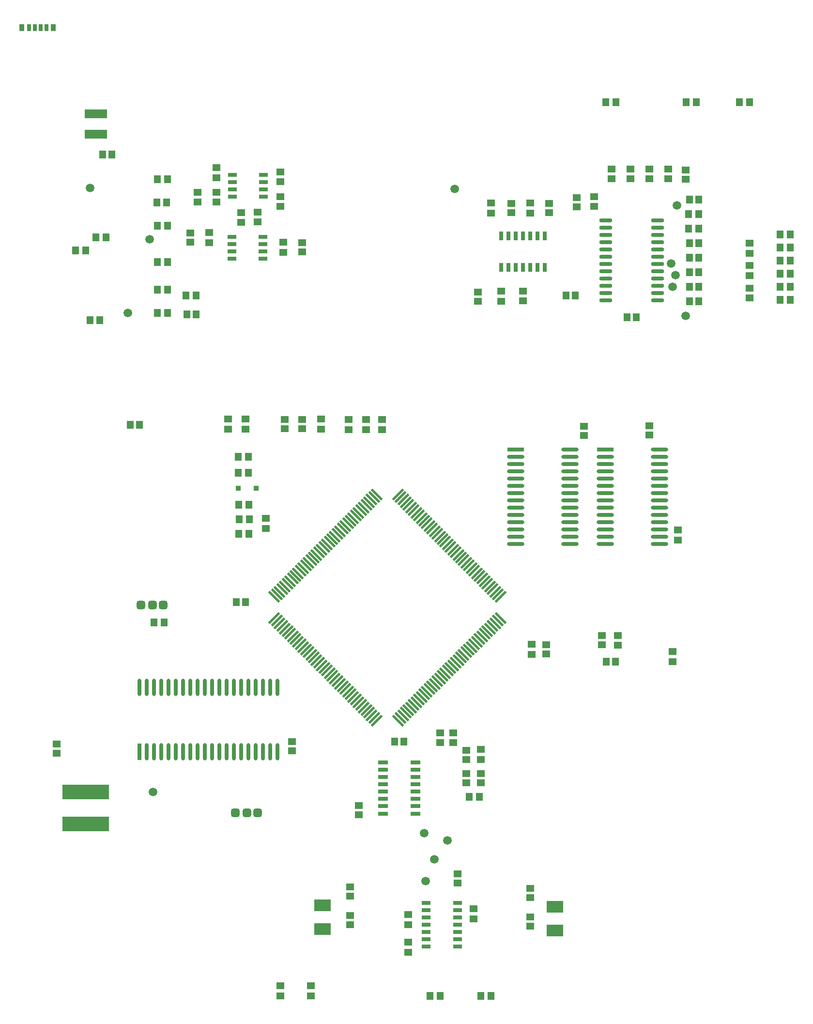
<source format=gbr>
%FSTAX44Y44*%
%MOMM*%
%SFA1B1*%

%IPPOS*%
%AMD22*
4,1,8,0.749300,-0.375920,0.749300,0.375920,0.375920,0.749300,-0.375920,0.749300,-0.749300,0.375920,-0.749300,-0.375920,-0.375920,-0.749300,0.375920,-0.749300,0.749300,-0.375920,0.0*
1,1,0.750000,0.375920,-0.375920*
1,1,0.750000,0.375920,0.375920*
1,1,0.750000,-0.375920,0.375920*
1,1,0.750000,-0.375920,-0.375920*
%
%AMD23*
4,1,4,0.764540,-1.033780,1.033780,-0.764540,-0.764540,1.033780,-1.033780,0.764540,0.764540,-1.033780,0.0*
%
%AMD24*
4,1,4,-1.033780,-0.764540,-0.764540,-1.033780,1.033780,0.764540,0.764540,1.033780,-1.033780,-0.764540,0.0*
%
%ADD10C,1.499997*%
%ADD11R,1.149998X1.349997*%
%ADD12R,1.349997X1.149998*%
%ADD13R,1.299997X1.399997*%
%ADD14R,2.899994X1.999996*%
%ADD15R,1.549997X0.699999*%
%ADD16R,1.399997X1.299997*%
%ADD17R,0.699999X1.549997*%
%ADD18O,2.299995X0.649999*%
%ADD19R,3.999992X1.499997*%
%ADD20R,8.199984X2.599995*%
%ADD21R,1.524997X0.649999*%
G04~CAMADD=22~8~0.0~0.0~590.6~590.6~147.6~0.0~15~0.0~0.0~0.0~0.0~0~0.0~0.0~0.0~0.0~0~0.0~0.0~0.0~270.0~590.0~590.0*
%ADD22D22*%
G04~CAMADD=23~9~0.0~0.0~150.0~1000.0~0.0~0.0~0~0.0~0.0~0.0~0.0~0~0.0~0.0~0.0~0.0~0~0.0~0.0~0.0~225.0~814.0~813.0*
%ADD23D23*%
G04~CAMADD=24~9~0.0~0.0~150.0~1000.0~0.0~0.0~0~0.0~0.0~0.0~0.0~0~0.0~0.0~0.0~0.0~0~0.0~0.0~0.0~135.0~814.0~813.0*
%ADD24D24*%
%ADD25R,0.699999X2.999994*%
%ADD26O,0.699999X2.999994*%
%ADD27O,2.999994X0.639999*%
%ADD28R,2.999994X0.639999*%
%ADD29R,1.749997X0.799998*%
%ADD30R,1.749997X0.699999*%
%ADD31R,0.899998X1.149998*%
%ADD32R,0.799998X1.149998*%
%ADD33R,0.699999X1.149998*%
%ADD34R,0.899998X0.949998*%
%LNsega_801_remake_paste_top-1*%
%LPD*%
G54D10*
X01020857Y01603258D03*
X00493983Y00549441D03*
X0038354Y0160528D03*
X00487662Y01515229D03*
X0044958Y0138684D03*
X0097028Y003937D03*
X0096774Y0047752D03*
X0098552Y004318D03*
X0100838Y0046482D03*
X0140716Y0145288D03*
X0139954Y014732D03*
X0140208Y0143256D03*
X0142494Y0138176D03*
X014097Y015748D03*
G54D11*
X00358419Y0149606D03*
X0037592D03*
X0056896Y0141732D03*
X00551459D03*
X0160782Y0143256D03*
X01590319D03*
X0160782Y0147828D03*
X01590319D03*
X0160782Y01524D03*
X01590319D03*
X00519289Y0142748D03*
X00501789D03*
X00519289Y0147574D03*
X00501789D03*
X00519289Y0138684D03*
X00501789D03*
X00393979Y0151892D03*
X0041148D03*
X0130302Y0175514D03*
X01285519D03*
X00978179Y0019304D03*
X0099568D03*
X015367Y0175514D03*
X01519199D03*
X01426349D03*
X01443849D03*
X01046759Y0054102D03*
X0106426D03*
X0108458Y0019304D03*
X01067079D03*
X0051308Y0084582D03*
X00495579D03*
X0038354Y0137414D03*
X00401039D03*
X00501789Y0153924D03*
X00519289D03*
X00501789Y0162052D03*
X00519289D03*
X0050038Y0157988D03*
X00517879D03*
X006604Y0110744D03*
X00642899D03*
X006604Y0113538D03*
X00642899D03*
X00661529Y0105156D03*
X00644029D03*
X00662309Y01025779D03*
X00644809D03*
X00661529Y0100076D03*
X00644029D03*
X01430299Y0155956D03*
X014478D03*
Y0153416D03*
X01430299D03*
X01590319Y014097D03*
X0160782D03*
X01590319Y0145542D03*
X0160782D03*
X015906Y0150114D03*
X01608099D03*
G54D12*
X0099568Y0065278D03*
Y00635279D03*
X0101854Y0065278D03*
Y00635279D03*
X009398Y0026924D03*
Y00286739D03*
X01536979Y0149098D03*
Y01508479D03*
X0108458Y01561349D03*
Y01578849D03*
X0114046Y01407439D03*
Y0142494D03*
X0115316Y01561349D03*
Y01578849D03*
X0060452Y01640559D03*
Y0162306D03*
X0071628Y01615719D03*
Y0163322D03*
X0136144Y016383D03*
Y01620799D03*
X0139446Y016383D03*
Y01620799D03*
X0132842D03*
Y016383D03*
X012954Y01620799D03*
Y016383D03*
X0076962Y0019304D03*
Y00210539D03*
X0071628Y0019304D03*
Y00210539D03*
X007874Y01201139D03*
Y0118364D03*
X01306929Y0082296D03*
Y00805459D03*
X011557Y00807529D03*
Y00790029D03*
X0086614Y01182509D03*
Y01200009D03*
X0069088Y01009789D03*
Y01027289D03*
X0126492Y0159004D03*
Y01572539D03*
X01411763Y01006947D03*
Y00989447D03*
X0071628Y01572539D03*
Y0159004D03*
X010541Y0032766D03*
Y00345159D03*
X0140208Y00794739D03*
Y0077724D03*
X010668Y00623429D03*
Y00605929D03*
X009398Y003175D03*
Y00334999D03*
X0083566Y01182509D03*
Y01200009D03*
X0089408Y01182509D03*
Y01200009D03*
X0062484Y0118364D03*
Y01201139D03*
X0065532Y0118364D03*
Y01201139D03*
X0072136Y01492389D03*
Y01509889D03*
X00676918Y01545368D03*
Y01562868D03*
X006477Y01544599D03*
Y015621D03*
X00592194Y01509414D03*
Y01526914D03*
X00572028Y0159766D03*
Y01580159D03*
X0060452D03*
Y0159766D03*
X0110236Y0140716D03*
Y01424659D03*
X01536979Y01451749D03*
Y01469249D03*
Y01412519D03*
Y0143002D03*
G54D13*
X0042164Y016637D03*
X00405639D03*
X014478Y0140716D03*
X01431799D03*
X00552959Y013843D03*
X0056896D03*
X01232279Y0141732D03*
X01216279D03*
X014478Y0148336D03*
X01431799D03*
X014478Y0150876D03*
X01431799D03*
X0093218Y0063754D03*
X00916179D03*
X01286609Y0077724D03*
X01302609D03*
X014478Y0158496D03*
X01431799D03*
X01322579Y0137922D03*
X0133858D03*
X00655699Y0088138D03*
X00639699D03*
X004699Y0119126D03*
X00453899D03*
X01431799Y0145796D03*
X014478D03*
X01431799Y0143256D03*
X014478D03*
G54D14*
X0078994Y00350879D03*
Y0030988D03*
X0119634Y0030734D03*
Y00348339D03*
G54D15*
X00971659Y003556D03*
Y003429D03*
Y003302D03*
Y003175D03*
Y003048D03*
Y002921D03*
Y002794D03*
X0102616D03*
Y002921D03*
Y003048D03*
Y003175D03*
Y003302D03*
Y003429D03*
Y003556D03*
G54D16*
X0115316Y00330959D03*
Y0031496D03*
X008382Y00333499D03*
Y003175D03*
X0106172Y0140716D03*
Y01423159D03*
X0112014Y015621D03*
Y01578099D03*
X0118618Y015621D03*
Y01578099D03*
X007366Y00621539D03*
Y0063754D03*
X0085344Y00509779D03*
Y0052578D03*
X0032512Y0061722D03*
Y00633219D03*
X011811Y00790399D03*
Y00806399D03*
X010414Y00565659D03*
Y0058166D03*
X0142494Y01636139D03*
Y01620139D03*
X0123444Y01588259D03*
Y0157226D03*
X0136144Y0117348D03*
Y01189479D03*
X0102616Y00390399D03*
Y004064D03*
X0115316Y00364999D03*
Y00381D03*
X008382Y00367539D03*
Y0038354D03*
X010668Y00565659D03*
Y0058166D03*
X010414Y006223D03*
Y00606299D03*
X01278989Y0082296D03*
Y00806959D03*
X0124714Y01172719D03*
Y0118872D03*
X007239Y01184389D03*
Y01200389D03*
X0075438Y01184389D03*
Y01200389D03*
Y01509139D03*
Y01493139D03*
X00559174Y01526164D03*
Y01510164D03*
G54D17*
X0110236Y01520769D03*
X0111506D03*
X0112776D03*
X0114046D03*
X0115316D03*
X0116586D03*
X0117856D03*
Y01466269D03*
X0116586D03*
X0115316D03*
X0114046D03*
X0112776D03*
X0111506D03*
X0110236D03*
G54D18*
X01285709Y0154813D03*
Y0153543D03*
Y0152273D03*
Y0151003D03*
Y0149733D03*
Y0148463D03*
Y0147193D03*
Y0145923D03*
Y0144653D03*
Y0143383D03*
Y0142113D03*
Y0140843D03*
X01376209Y0154813D03*
Y0153543D03*
Y0152273D03*
Y0151003D03*
Y0149733D03*
Y0148463D03*
Y0147193D03*
Y0145923D03*
Y0144653D03*
Y0143383D03*
Y0142113D03*
Y0140843D03*
G54D19*
X003937Y01698819D03*
Y0173482D03*
G54D20*
X0037592Y00549059D03*
Y00493059D03*
G54D21*
X00686258Y01519355D03*
Y01506655D03*
Y01493955D03*
Y01481255D03*
X00632018D03*
Y01493955D03*
Y01506655D03*
Y01519355D03*
X00686699Y0162814D03*
Y0161544D03*
Y0160274D03*
Y0159004D03*
X0063246D03*
Y0160274D03*
Y0161544D03*
Y0162814D03*
G54D22*
X0063754Y0051308D03*
X0065786D03*
X0067691D03*
X0047244Y008763D03*
X0049276D03*
X0051181D03*
G54D23*
X00705883Y00890057D03*
X00710481Y00894655D03*
X00715078Y00899253D03*
X00719676Y00903851D03*
X00724274Y00908449D03*
X00728872Y00913047D03*
X0073347Y00917645D03*
X00738068Y00922242D03*
X00742665Y0092684D03*
X00747264Y00931438D03*
X00751861Y00936036D03*
X0075646Y00940634D03*
X00761057Y00945232D03*
X00765655Y0094983D03*
X00770253Y00954428D03*
X00774851Y00959025D03*
X00779449Y00963624D03*
X00784047Y00968221D03*
X00788644Y0097282D03*
X00793243Y00977417D03*
X0079784Y00982015D03*
X00802439Y00986613D03*
X00807036Y00991211D03*
X00811634Y00995808D03*
X00816232Y01000407D03*
X0082083Y01005004D03*
X00825428Y01009603D03*
X00830026Y010142D03*
X00834623Y01018798D03*
X00839222Y01023396D03*
X00843819Y01027994D03*
X00848418Y01032592D03*
X00853015Y0103719D03*
X00857613Y01041787D03*
X00862211Y01046386D03*
X00866809Y01050983D03*
X00871407Y01055582D03*
X00876005Y01060179D03*
X00880602Y01064777D03*
X00885201Y01069375D03*
X01101301Y00853275D03*
X01096703Y00848677D03*
X01092105Y00844079D03*
X01087507Y00839481D03*
X01082909Y00834883D03*
X01078311Y00830285D03*
X01073713Y00825687D03*
X01069116Y00821089D03*
X01064518Y00816492D03*
X0105992Y00811894D03*
X01055322Y00807296D03*
X01050724Y00802698D03*
X01046126Y007981D03*
X01041528Y00793502D03*
X0103693Y00788904D03*
X01032333Y00784306D03*
X01027734Y00779708D03*
X01023137Y00775111D03*
X0101854Y00770513D03*
X01013941Y00765915D03*
X01009343Y00761317D03*
X01004745Y00756719D03*
X01000147Y00752121D03*
X0099555Y00747523D03*
X00990951Y00742925D03*
X00986354Y00738328D03*
X00981755Y00733729D03*
X00977158Y00729132D03*
X0097256Y00724535D03*
X00967962Y00719936D03*
X00963364Y00715338D03*
X00958766Y0071074D03*
X00954168Y00706142D03*
X00949571Y00701545D03*
X00944972Y00696946D03*
X00940375Y00692349D03*
X00935776Y0068775D03*
X00931179Y00683153D03*
X00926581Y00678555D03*
X00921983Y00673957D03*
G54D24*
X00921983Y01069375D03*
X00926581Y01064777D03*
X00931179Y01060179D03*
X00935776Y01055582D03*
X00940375Y01050983D03*
X00944972Y01046386D03*
X00949571Y01041787D03*
X00954168Y0103719D03*
X00958766Y01032592D03*
X00963364Y01027994D03*
X00967962Y01023396D03*
X0097256Y01018798D03*
X00977158Y010142D03*
X00981755Y01009603D03*
X00986354Y01005004D03*
X00990951Y01000407D03*
X0099555Y00995808D03*
X01000147Y00991211D03*
X01004745Y00986613D03*
X01009343Y00982015D03*
X01013941Y00977417D03*
X0101854Y0097282D03*
X01023137Y00968221D03*
X01027734Y00963624D03*
X01032333Y00959025D03*
X0103693Y00954428D03*
X01041528Y0094983D03*
X01046126Y00945232D03*
X01050724Y00940634D03*
X01055322Y00936036D03*
X0105992Y00931438D03*
X01064518Y0092684D03*
X01069116Y00922242D03*
X01073713Y00917645D03*
X01078311Y00913047D03*
X01082909Y00908449D03*
X01087507Y00903851D03*
X01092105Y00899253D03*
X01096703Y00894655D03*
X01101301Y00890057D03*
X00885201Y00673957D03*
X00880602Y00678555D03*
X00876005Y00683153D03*
X00871407Y0068775D03*
X00866809Y00692349D03*
X00862211Y00696946D03*
X00857613Y00701545D03*
X00853015Y00706142D03*
X00848418Y0071074D03*
X00843819Y00715338D03*
X00839222Y00719936D03*
X00834623Y00724535D03*
X00830026Y00729132D03*
X00825428Y00733729D03*
X0082083Y00738328D03*
X00816232Y00742925D03*
X00811634Y00747523D03*
X00807036Y00752121D03*
X00802439Y00756719D03*
X0079784Y00761317D03*
X00793243Y00765915D03*
X00788644Y00770513D03*
X00784047Y00775111D03*
X00779449Y00779708D03*
X00774851Y00784306D03*
X00770253Y00788904D03*
X00765655Y00793502D03*
X00761057Y007981D03*
X0075646Y00802698D03*
X00751861Y00807296D03*
X00747264Y00811894D03*
X00742665Y00816492D03*
X00738068Y00821089D03*
X0073347Y00825687D03*
X00728872Y00830285D03*
X00724274Y00834883D03*
X00719676Y00839481D03*
X00715078Y00844079D03*
X00710481Y00848677D03*
X00705883Y00853275D03*
G54D25*
X004699Y0061976D03*
G54D26*
X004826Y0061976D03*
X004953D03*
X00508D03*
X005207D03*
X005334D03*
X005461D03*
X005588D03*
X005715D03*
X005842D03*
X005969D03*
X006096D03*
X006223D03*
X00635D03*
X006477D03*
X006604D03*
X006731D03*
X006858D03*
X006985D03*
X007112D03*
X004699Y00731759D03*
X004826D03*
X004953D03*
X00508D03*
X005207D03*
X005334D03*
X005461D03*
X005588D03*
X005715D03*
X005842D03*
X005969D03*
X006096D03*
X006223D03*
X00635D03*
X006477D03*
X006604D03*
X006731D03*
X006858D03*
X006985D03*
X007112D03*
G54D27*
X0137922Y0098298D03*
Y0099568D03*
Y0100838D03*
Y0102108D03*
Y0103378D03*
Y0104648D03*
Y0105918D03*
Y0107188D03*
Y0108458D03*
Y0109728D03*
Y0110998D03*
Y0112268D03*
Y0113538D03*
Y0114808D03*
X01284319Y0098298D03*
Y0099568D03*
Y0100838D03*
Y0102108D03*
Y0103378D03*
Y0104648D03*
Y0105918D03*
Y0107188D03*
Y0108458D03*
Y0109728D03*
Y0110998D03*
Y0112268D03*
Y0113538D03*
X01222659Y0098298D03*
Y0099568D03*
Y0100838D03*
Y0102108D03*
Y0103378D03*
Y0104648D03*
Y0105918D03*
Y0107188D03*
Y0108458D03*
Y0109728D03*
Y0110998D03*
Y0112268D03*
Y0113538D03*
Y0114808D03*
X0112776Y0098298D03*
Y0099568D03*
Y0100838D03*
Y0102108D03*
Y0103378D03*
Y0104648D03*
Y0105918D03*
Y0107188D03*
Y0108458D03*
Y0109728D03*
Y0110998D03*
Y0112268D03*
Y0113538D03*
G54D28*
X01284319Y0114808D03*
X0112776D03*
G54D29*
X00896309Y00511309D03*
Y00601209D03*
X00952809D03*
Y00511309D03*
G54D30*
X00896309Y0052451D03*
Y0053721D03*
Y0054991D03*
Y0056261D03*
Y0057531D03*
Y0058801D03*
X00952809D03*
Y0057531D03*
Y0056261D03*
Y0054991D03*
Y0053721D03*
Y0052451D03*
G54D31*
X00319599Y01885609D03*
X00264599D03*
G54D32*
X00307299Y01885609D03*
X00276899D03*
G54D33*
X00287099Y01885609D03*
X00297099D03*
G54D34*
X00674529Y01079659D03*
X00643029D03*
M02*
</source>
